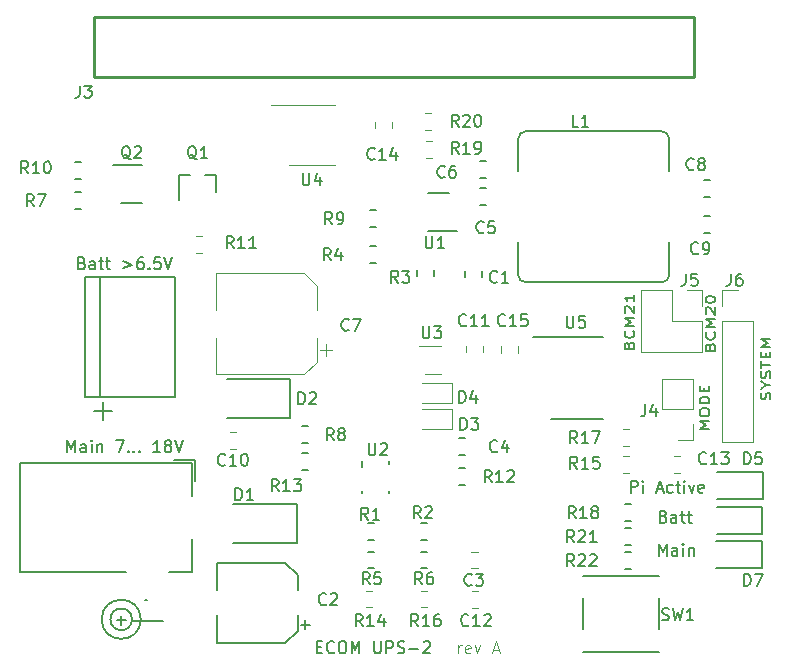
<source format=gbr>
G04 #@! TF.GenerationSoftware,KiCad,Pcbnew,(5.1.5)-2*
G04 #@! TF.CreationDate,2020-04-29T21:28:48+02:00*
G04 #@! TF.ProjectId,UPS-2,5550532d-322e-46b6-9963-61645f706362,rev?*
G04 #@! TF.SameCoordinates,Original*
G04 #@! TF.FileFunction,Legend,Top*
G04 #@! TF.FilePolarity,Positive*
%FSLAX46Y46*%
G04 Gerber Fmt 4.6, Leading zero omitted, Abs format (unit mm)*
G04 Created by KiCad (PCBNEW (5.1.5)-2) date 2020-04-29 21:28:48*
%MOMM*%
%LPD*%
G04 APERTURE LIST*
%ADD10C,0.150000*%
%ADD11C,0.100000*%
%ADD12C,0.120000*%
%ADD13C,0.254000*%
G04 APERTURE END LIST*
D10*
X143198857Y-88947380D02*
X143236952Y-88804523D01*
X143275047Y-88756904D01*
X143351238Y-88709285D01*
X143465523Y-88709285D01*
X143541714Y-88756904D01*
X143579809Y-88804523D01*
X143617904Y-88899761D01*
X143617904Y-89280714D01*
X142817904Y-89280714D01*
X142817904Y-88947380D01*
X142856000Y-88852142D01*
X142894095Y-88804523D01*
X142970285Y-88756904D01*
X143046476Y-88756904D01*
X143122666Y-88804523D01*
X143160761Y-88852142D01*
X143198857Y-88947380D01*
X143198857Y-89280714D01*
X143541714Y-87709285D02*
X143579809Y-87756904D01*
X143617904Y-87899761D01*
X143617904Y-87995000D01*
X143579809Y-88137857D01*
X143503619Y-88233095D01*
X143427428Y-88280714D01*
X143275047Y-88328333D01*
X143160761Y-88328333D01*
X143008380Y-88280714D01*
X142932190Y-88233095D01*
X142856000Y-88137857D01*
X142817904Y-87995000D01*
X142817904Y-87899761D01*
X142856000Y-87756904D01*
X142894095Y-87709285D01*
X143617904Y-87280714D02*
X142817904Y-87280714D01*
X143389333Y-86947380D01*
X142817904Y-86614047D01*
X143617904Y-86614047D01*
X142894095Y-86185476D02*
X142856000Y-86137857D01*
X142817904Y-86042619D01*
X142817904Y-85804523D01*
X142856000Y-85709285D01*
X142894095Y-85661666D01*
X142970285Y-85614047D01*
X143046476Y-85614047D01*
X143160761Y-85661666D01*
X143617904Y-86233095D01*
X143617904Y-85614047D01*
X143617904Y-84661666D02*
X143617904Y-85233095D01*
X143617904Y-84947380D02*
X142817904Y-84947380D01*
X142932190Y-85042619D01*
X143008380Y-85137857D01*
X143046476Y-85233095D01*
X150056857Y-89074380D02*
X150094952Y-88931523D01*
X150133047Y-88883904D01*
X150209238Y-88836285D01*
X150323523Y-88836285D01*
X150399714Y-88883904D01*
X150437809Y-88931523D01*
X150475904Y-89026761D01*
X150475904Y-89407714D01*
X149675904Y-89407714D01*
X149675904Y-89074380D01*
X149714000Y-88979142D01*
X149752095Y-88931523D01*
X149828285Y-88883904D01*
X149904476Y-88883904D01*
X149980666Y-88931523D01*
X150018761Y-88979142D01*
X150056857Y-89074380D01*
X150056857Y-89407714D01*
X150399714Y-87836285D02*
X150437809Y-87883904D01*
X150475904Y-88026761D01*
X150475904Y-88122000D01*
X150437809Y-88264857D01*
X150361619Y-88360095D01*
X150285428Y-88407714D01*
X150133047Y-88455333D01*
X150018761Y-88455333D01*
X149866380Y-88407714D01*
X149790190Y-88360095D01*
X149714000Y-88264857D01*
X149675904Y-88122000D01*
X149675904Y-88026761D01*
X149714000Y-87883904D01*
X149752095Y-87836285D01*
X150475904Y-87407714D02*
X149675904Y-87407714D01*
X150247333Y-87074380D01*
X149675904Y-86741047D01*
X150475904Y-86741047D01*
X149752095Y-86312476D02*
X149714000Y-86264857D01*
X149675904Y-86169619D01*
X149675904Y-85931523D01*
X149714000Y-85836285D01*
X149752095Y-85788666D01*
X149828285Y-85741047D01*
X149904476Y-85741047D01*
X150018761Y-85788666D01*
X150475904Y-86360095D01*
X150475904Y-85741047D01*
X149675904Y-85122000D02*
X149675904Y-85026761D01*
X149714000Y-84931523D01*
X149752095Y-84883904D01*
X149828285Y-84836285D01*
X149980666Y-84788666D01*
X150171142Y-84788666D01*
X150323523Y-84836285D01*
X150399714Y-84883904D01*
X150437809Y-84931523D01*
X150475904Y-85026761D01*
X150475904Y-85122000D01*
X150437809Y-85217238D01*
X150399714Y-85264857D01*
X150323523Y-85312476D01*
X150171142Y-85360095D01*
X149980666Y-85360095D01*
X149828285Y-85312476D01*
X149752095Y-85264857D01*
X149714000Y-85217238D01*
X149675904Y-85122000D01*
X102362000Y-110490000D02*
X102235000Y-110490000D01*
X101092000Y-112268000D02*
X103759000Y-112268000D01*
X101858877Y-112141000D02*
G75*
G03X101858877Y-112141000I-1655877J0D01*
G01*
X101118810Y-112141000D02*
G75*
G03X101118810Y-112141000I-915810J0D01*
G01*
X99822047Y-112212428D02*
X100583952Y-112212428D01*
X100203000Y-112593380D02*
X100203000Y-111831476D01*
X97917095Y-94503857D02*
X99440904Y-94503857D01*
X98679000Y-95265761D02*
X98679000Y-93741952D01*
X145716809Y-106751380D02*
X145716809Y-105751380D01*
X146050142Y-106465666D01*
X146383476Y-105751380D01*
X146383476Y-106751380D01*
X147288238Y-106751380D02*
X147288238Y-106227571D01*
X147240619Y-106132333D01*
X147145380Y-106084714D01*
X146954904Y-106084714D01*
X146859666Y-106132333D01*
X147288238Y-106703761D02*
X147193000Y-106751380D01*
X146954904Y-106751380D01*
X146859666Y-106703761D01*
X146812047Y-106608523D01*
X146812047Y-106513285D01*
X146859666Y-106418047D01*
X146954904Y-106370428D01*
X147193000Y-106370428D01*
X147288238Y-106322809D01*
X147764428Y-106751380D02*
X147764428Y-106084714D01*
X147764428Y-105751380D02*
X147716809Y-105799000D01*
X147764428Y-105846619D01*
X147812047Y-105799000D01*
X147764428Y-105751380D01*
X147764428Y-105846619D01*
X148240619Y-106084714D02*
X148240619Y-106751380D01*
X148240619Y-106179952D02*
X148288238Y-106132333D01*
X148383476Y-106084714D01*
X148526333Y-106084714D01*
X148621571Y-106132333D01*
X148669190Y-106227571D01*
X148669190Y-106751380D01*
X146113619Y-103433571D02*
X146256476Y-103481190D01*
X146304095Y-103528809D01*
X146351714Y-103624047D01*
X146351714Y-103766904D01*
X146304095Y-103862142D01*
X146256476Y-103909761D01*
X146161238Y-103957380D01*
X145780285Y-103957380D01*
X145780285Y-102957380D01*
X146113619Y-102957380D01*
X146208857Y-103005000D01*
X146256476Y-103052619D01*
X146304095Y-103147857D01*
X146304095Y-103243095D01*
X146256476Y-103338333D01*
X146208857Y-103385952D01*
X146113619Y-103433571D01*
X145780285Y-103433571D01*
X147208857Y-103957380D02*
X147208857Y-103433571D01*
X147161238Y-103338333D01*
X147066000Y-103290714D01*
X146875523Y-103290714D01*
X146780285Y-103338333D01*
X147208857Y-103909761D02*
X147113619Y-103957380D01*
X146875523Y-103957380D01*
X146780285Y-103909761D01*
X146732666Y-103814523D01*
X146732666Y-103719285D01*
X146780285Y-103624047D01*
X146875523Y-103576428D01*
X147113619Y-103576428D01*
X147208857Y-103528809D01*
X147542190Y-103290714D02*
X147923142Y-103290714D01*
X147685047Y-102957380D02*
X147685047Y-103814523D01*
X147732666Y-103909761D01*
X147827904Y-103957380D01*
X147923142Y-103957380D01*
X148113619Y-103290714D02*
X148494571Y-103290714D01*
X148256476Y-102957380D02*
X148256476Y-103814523D01*
X148304095Y-103909761D01*
X148399333Y-103957380D01*
X148494571Y-103957380D01*
X143359571Y-101417380D02*
X143359571Y-100417380D01*
X143740523Y-100417380D01*
X143835761Y-100465000D01*
X143883380Y-100512619D01*
X143931000Y-100607857D01*
X143931000Y-100750714D01*
X143883380Y-100845952D01*
X143835761Y-100893571D01*
X143740523Y-100941190D01*
X143359571Y-100941190D01*
X144359571Y-101417380D02*
X144359571Y-100750714D01*
X144359571Y-100417380D02*
X144311952Y-100465000D01*
X144359571Y-100512619D01*
X144407190Y-100465000D01*
X144359571Y-100417380D01*
X144359571Y-100512619D01*
X145550047Y-101131666D02*
X146026238Y-101131666D01*
X145454809Y-101417380D02*
X145788142Y-100417380D01*
X146121476Y-101417380D01*
X146883380Y-101369761D02*
X146788142Y-101417380D01*
X146597666Y-101417380D01*
X146502428Y-101369761D01*
X146454809Y-101322142D01*
X146407190Y-101226904D01*
X146407190Y-100941190D01*
X146454809Y-100845952D01*
X146502428Y-100798333D01*
X146597666Y-100750714D01*
X146788142Y-100750714D01*
X146883380Y-100798333D01*
X147169095Y-100750714D02*
X147550047Y-100750714D01*
X147311952Y-100417380D02*
X147311952Y-101274523D01*
X147359571Y-101369761D01*
X147454809Y-101417380D01*
X147550047Y-101417380D01*
X147883380Y-101417380D02*
X147883380Y-100750714D01*
X147883380Y-100417380D02*
X147835761Y-100465000D01*
X147883380Y-100512619D01*
X147931000Y-100465000D01*
X147883380Y-100417380D01*
X147883380Y-100512619D01*
X148264333Y-100750714D02*
X148502428Y-101417380D01*
X148740523Y-100750714D01*
X149502428Y-101369761D02*
X149407190Y-101417380D01*
X149216714Y-101417380D01*
X149121476Y-101369761D01*
X149073857Y-101274523D01*
X149073857Y-100893571D01*
X149121476Y-100798333D01*
X149216714Y-100750714D01*
X149407190Y-100750714D01*
X149502428Y-100798333D01*
X149550047Y-100893571D01*
X149550047Y-100988809D01*
X149073857Y-101084047D01*
X149967904Y-96043523D02*
X149167904Y-96043523D01*
X149739333Y-95710190D01*
X149167904Y-95376857D01*
X149967904Y-95376857D01*
X149167904Y-94710190D02*
X149167904Y-94519714D01*
X149206000Y-94424476D01*
X149282190Y-94329238D01*
X149434571Y-94281619D01*
X149701238Y-94281619D01*
X149853619Y-94329238D01*
X149929809Y-94424476D01*
X149967904Y-94519714D01*
X149967904Y-94710190D01*
X149929809Y-94805428D01*
X149853619Y-94900666D01*
X149701238Y-94948285D01*
X149434571Y-94948285D01*
X149282190Y-94900666D01*
X149206000Y-94805428D01*
X149167904Y-94710190D01*
X149967904Y-93853047D02*
X149167904Y-93853047D01*
X149167904Y-93614952D01*
X149206000Y-93472095D01*
X149282190Y-93376857D01*
X149358380Y-93329238D01*
X149510761Y-93281619D01*
X149625047Y-93281619D01*
X149777428Y-93329238D01*
X149853619Y-93376857D01*
X149929809Y-93472095D01*
X149967904Y-93614952D01*
X149967904Y-93853047D01*
X149548857Y-92853047D02*
X149548857Y-92519714D01*
X149967904Y-92376857D02*
X149967904Y-92853047D01*
X149167904Y-92853047D01*
X149167904Y-92376857D01*
X155136809Y-93527238D02*
X155174904Y-93384380D01*
X155174904Y-93146285D01*
X155136809Y-93051047D01*
X155098714Y-93003428D01*
X155022523Y-92955809D01*
X154946333Y-92955809D01*
X154870142Y-93003428D01*
X154832047Y-93051047D01*
X154793952Y-93146285D01*
X154755857Y-93336761D01*
X154717761Y-93432000D01*
X154679666Y-93479619D01*
X154603476Y-93527238D01*
X154527285Y-93527238D01*
X154451095Y-93479619D01*
X154413000Y-93432000D01*
X154374904Y-93336761D01*
X154374904Y-93098666D01*
X154413000Y-92955809D01*
X154793952Y-92336761D02*
X155174904Y-92336761D01*
X154374904Y-92670095D02*
X154793952Y-92336761D01*
X154374904Y-92003428D01*
X155136809Y-91717714D02*
X155174904Y-91574857D01*
X155174904Y-91336761D01*
X155136809Y-91241523D01*
X155098714Y-91193904D01*
X155022523Y-91146285D01*
X154946333Y-91146285D01*
X154870142Y-91193904D01*
X154832047Y-91241523D01*
X154793952Y-91336761D01*
X154755857Y-91527238D01*
X154717761Y-91622476D01*
X154679666Y-91670095D01*
X154603476Y-91717714D01*
X154527285Y-91717714D01*
X154451095Y-91670095D01*
X154413000Y-91622476D01*
X154374904Y-91527238D01*
X154374904Y-91289142D01*
X154413000Y-91146285D01*
X154374904Y-90860571D02*
X154374904Y-90289142D01*
X155174904Y-90574857D02*
X154374904Y-90574857D01*
X154755857Y-89955809D02*
X154755857Y-89622476D01*
X155174904Y-89479619D02*
X155174904Y-89955809D01*
X154374904Y-89955809D01*
X154374904Y-89479619D01*
X155174904Y-89051047D02*
X154374904Y-89051047D01*
X154946333Y-88717714D01*
X154374904Y-88384380D01*
X155174904Y-88384380D01*
D11*
X128738523Y-115006380D02*
X128738523Y-114339714D01*
X128738523Y-114530190D02*
X128786142Y-114434952D01*
X128833761Y-114387333D01*
X128929000Y-114339714D01*
X129024238Y-114339714D01*
X129738523Y-114958761D02*
X129643285Y-115006380D01*
X129452809Y-115006380D01*
X129357571Y-114958761D01*
X129309952Y-114863523D01*
X129309952Y-114482571D01*
X129357571Y-114387333D01*
X129452809Y-114339714D01*
X129643285Y-114339714D01*
X129738523Y-114387333D01*
X129786142Y-114482571D01*
X129786142Y-114577809D01*
X129309952Y-114673047D01*
X130119476Y-114339714D02*
X130357571Y-115006380D01*
X130595666Y-114339714D01*
X131690904Y-114720666D02*
X132167095Y-114720666D01*
X131595666Y-115006380D02*
X131929000Y-114006380D01*
X132262333Y-115006380D01*
D10*
X116753285Y-114482571D02*
X117086619Y-114482571D01*
X117229476Y-115006380D02*
X116753285Y-115006380D01*
X116753285Y-114006380D01*
X117229476Y-114006380D01*
X118229476Y-114911142D02*
X118181857Y-114958761D01*
X118039000Y-115006380D01*
X117943761Y-115006380D01*
X117800904Y-114958761D01*
X117705666Y-114863523D01*
X117658047Y-114768285D01*
X117610428Y-114577809D01*
X117610428Y-114434952D01*
X117658047Y-114244476D01*
X117705666Y-114149238D01*
X117800904Y-114054000D01*
X117943761Y-114006380D01*
X118039000Y-114006380D01*
X118181857Y-114054000D01*
X118229476Y-114101619D01*
X118848523Y-114006380D02*
X119039000Y-114006380D01*
X119134238Y-114054000D01*
X119229476Y-114149238D01*
X119277095Y-114339714D01*
X119277095Y-114673047D01*
X119229476Y-114863523D01*
X119134238Y-114958761D01*
X119039000Y-115006380D01*
X118848523Y-115006380D01*
X118753285Y-114958761D01*
X118658047Y-114863523D01*
X118610428Y-114673047D01*
X118610428Y-114339714D01*
X118658047Y-114149238D01*
X118753285Y-114054000D01*
X118848523Y-114006380D01*
X119705666Y-115006380D02*
X119705666Y-114006380D01*
X120039000Y-114720666D01*
X120372333Y-114006380D01*
X120372333Y-115006380D01*
X121610428Y-114006380D02*
X121610428Y-114815904D01*
X121658047Y-114911142D01*
X121705666Y-114958761D01*
X121800904Y-115006380D01*
X121991380Y-115006380D01*
X122086619Y-114958761D01*
X122134238Y-114911142D01*
X122181857Y-114815904D01*
X122181857Y-114006380D01*
X122658047Y-115006380D02*
X122658047Y-114006380D01*
X123039000Y-114006380D01*
X123134238Y-114054000D01*
X123181857Y-114101619D01*
X123229476Y-114196857D01*
X123229476Y-114339714D01*
X123181857Y-114434952D01*
X123134238Y-114482571D01*
X123039000Y-114530190D01*
X122658047Y-114530190D01*
X123610428Y-114958761D02*
X123753285Y-115006380D01*
X123991380Y-115006380D01*
X124086619Y-114958761D01*
X124134238Y-114911142D01*
X124181857Y-114815904D01*
X124181857Y-114720666D01*
X124134238Y-114625428D01*
X124086619Y-114577809D01*
X123991380Y-114530190D01*
X123800904Y-114482571D01*
X123705666Y-114434952D01*
X123658047Y-114387333D01*
X123610428Y-114292095D01*
X123610428Y-114196857D01*
X123658047Y-114101619D01*
X123705666Y-114054000D01*
X123800904Y-114006380D01*
X124039000Y-114006380D01*
X124181857Y-114054000D01*
X124610428Y-114625428D02*
X125372333Y-114625428D01*
X125800904Y-114101619D02*
X125848523Y-114054000D01*
X125943761Y-114006380D01*
X126181857Y-114006380D01*
X126277095Y-114054000D01*
X126324714Y-114101619D01*
X126372333Y-114196857D01*
X126372333Y-114292095D01*
X126324714Y-114434952D01*
X125753285Y-115006380D01*
X126372333Y-115006380D01*
X96885571Y-81970571D02*
X97028428Y-82018190D01*
X97076047Y-82065809D01*
X97123666Y-82161047D01*
X97123666Y-82303904D01*
X97076047Y-82399142D01*
X97028428Y-82446761D01*
X96933190Y-82494380D01*
X96552238Y-82494380D01*
X96552238Y-81494380D01*
X96885571Y-81494380D01*
X96980809Y-81542000D01*
X97028428Y-81589619D01*
X97076047Y-81684857D01*
X97076047Y-81780095D01*
X97028428Y-81875333D01*
X96980809Y-81922952D01*
X96885571Y-81970571D01*
X96552238Y-81970571D01*
X97980809Y-82494380D02*
X97980809Y-81970571D01*
X97933190Y-81875333D01*
X97837952Y-81827714D01*
X97647476Y-81827714D01*
X97552238Y-81875333D01*
X97980809Y-82446761D02*
X97885571Y-82494380D01*
X97647476Y-82494380D01*
X97552238Y-82446761D01*
X97504619Y-82351523D01*
X97504619Y-82256285D01*
X97552238Y-82161047D01*
X97647476Y-82113428D01*
X97885571Y-82113428D01*
X97980809Y-82065809D01*
X98314142Y-81827714D02*
X98695095Y-81827714D01*
X98457000Y-81494380D02*
X98457000Y-82351523D01*
X98504619Y-82446761D01*
X98599857Y-82494380D01*
X98695095Y-82494380D01*
X98885571Y-81827714D02*
X99266523Y-81827714D01*
X99028428Y-81494380D02*
X99028428Y-82351523D01*
X99076047Y-82446761D01*
X99171285Y-82494380D01*
X99266523Y-82494380D01*
X100361761Y-81827714D02*
X101123666Y-82113428D01*
X100361761Y-82399142D01*
X102028428Y-81494380D02*
X101837952Y-81494380D01*
X101742714Y-81542000D01*
X101695095Y-81589619D01*
X101599857Y-81732476D01*
X101552238Y-81922952D01*
X101552238Y-82303904D01*
X101599857Y-82399142D01*
X101647476Y-82446761D01*
X101742714Y-82494380D01*
X101933190Y-82494380D01*
X102028428Y-82446761D01*
X102076047Y-82399142D01*
X102123666Y-82303904D01*
X102123666Y-82065809D01*
X102076047Y-81970571D01*
X102028428Y-81922952D01*
X101933190Y-81875333D01*
X101742714Y-81875333D01*
X101647476Y-81922952D01*
X101599857Y-81970571D01*
X101552238Y-82065809D01*
X102552238Y-82399142D02*
X102599857Y-82446761D01*
X102552238Y-82494380D01*
X102504619Y-82446761D01*
X102552238Y-82399142D01*
X102552238Y-82494380D01*
X103504619Y-81494380D02*
X103028428Y-81494380D01*
X102980809Y-81970571D01*
X103028428Y-81922952D01*
X103123666Y-81875333D01*
X103361761Y-81875333D01*
X103457000Y-81922952D01*
X103504619Y-81970571D01*
X103552238Y-82065809D01*
X103552238Y-82303904D01*
X103504619Y-82399142D01*
X103457000Y-82446761D01*
X103361761Y-82494380D01*
X103123666Y-82494380D01*
X103028428Y-82446761D01*
X102980809Y-82399142D01*
X103837952Y-81494380D02*
X104171285Y-82494380D01*
X104504619Y-81494380D01*
X95647476Y-97988380D02*
X95647476Y-96988380D01*
X95980809Y-97702666D01*
X96314142Y-96988380D01*
X96314142Y-97988380D01*
X97218904Y-97988380D02*
X97218904Y-97464571D01*
X97171285Y-97369333D01*
X97076047Y-97321714D01*
X96885571Y-97321714D01*
X96790333Y-97369333D01*
X97218904Y-97940761D02*
X97123666Y-97988380D01*
X96885571Y-97988380D01*
X96790333Y-97940761D01*
X96742714Y-97845523D01*
X96742714Y-97750285D01*
X96790333Y-97655047D01*
X96885571Y-97607428D01*
X97123666Y-97607428D01*
X97218904Y-97559809D01*
X97695095Y-97988380D02*
X97695095Y-97321714D01*
X97695095Y-96988380D02*
X97647476Y-97036000D01*
X97695095Y-97083619D01*
X97742714Y-97036000D01*
X97695095Y-96988380D01*
X97695095Y-97083619D01*
X98171285Y-97321714D02*
X98171285Y-97988380D01*
X98171285Y-97416952D02*
X98218904Y-97369333D01*
X98314142Y-97321714D01*
X98457000Y-97321714D01*
X98552238Y-97369333D01*
X98599857Y-97464571D01*
X98599857Y-97988380D01*
X99742714Y-96988380D02*
X100409380Y-96988380D01*
X99980809Y-97988380D01*
X100790333Y-97893142D02*
X100837952Y-97940761D01*
X100790333Y-97988380D01*
X100742714Y-97940761D01*
X100790333Y-97893142D01*
X100790333Y-97988380D01*
X101266523Y-97893142D02*
X101314142Y-97940761D01*
X101266523Y-97988380D01*
X101218904Y-97940761D01*
X101266523Y-97893142D01*
X101266523Y-97988380D01*
X101742714Y-97893142D02*
X101790333Y-97940761D01*
X101742714Y-97988380D01*
X101695095Y-97940761D01*
X101742714Y-97893142D01*
X101742714Y-97988380D01*
X103504619Y-97988380D02*
X102933190Y-97988380D01*
X103218904Y-97988380D02*
X103218904Y-96988380D01*
X103123666Y-97131238D01*
X103028428Y-97226476D01*
X102933190Y-97274095D01*
X104076047Y-97416952D02*
X103980809Y-97369333D01*
X103933190Y-97321714D01*
X103885571Y-97226476D01*
X103885571Y-97178857D01*
X103933190Y-97083619D01*
X103980809Y-97036000D01*
X104076047Y-96988380D01*
X104266523Y-96988380D01*
X104361761Y-97036000D01*
X104409380Y-97083619D01*
X104457000Y-97178857D01*
X104457000Y-97226476D01*
X104409380Y-97321714D01*
X104361761Y-97369333D01*
X104266523Y-97416952D01*
X104076047Y-97416952D01*
X103980809Y-97464571D01*
X103933190Y-97512190D01*
X103885571Y-97607428D01*
X103885571Y-97797904D01*
X103933190Y-97893142D01*
X103980809Y-97940761D01*
X104076047Y-97988380D01*
X104266523Y-97988380D01*
X104361761Y-97940761D01*
X104409380Y-97893142D01*
X104457000Y-97797904D01*
X104457000Y-97607428D01*
X104409380Y-97512190D01*
X104361761Y-97464571D01*
X104266523Y-97416952D01*
X104742714Y-96988380D02*
X105076047Y-97988380D01*
X105409380Y-96988380D01*
D12*
X117522000Y-89832000D02*
X117522000Y-88832000D01*
X118022000Y-89332000D02*
X117022000Y-89332000D01*
X116782000Y-83926437D02*
X115717563Y-82862000D01*
X116782000Y-90317563D02*
X115717563Y-91382000D01*
X116782000Y-90317563D02*
X116782000Y-88332000D01*
X116782000Y-83926437D02*
X116782000Y-85912000D01*
X115717563Y-82862000D02*
X108262000Y-82862000D01*
X115717563Y-91382000D02*
X108262000Y-91382000D01*
X108262000Y-91382000D02*
X108262000Y-88332000D01*
X108262000Y-82862000D02*
X108262000Y-85912000D01*
X121718000Y-70020922D02*
X121718000Y-70538078D01*
X123138000Y-70020922D02*
X123138000Y-70538078D01*
X107065578Y-79681000D02*
X106548422Y-79681000D01*
X107065578Y-81101000D02*
X106548422Y-81101000D01*
D10*
X135061000Y-88244000D02*
X141036000Y-88244000D01*
X136586000Y-95144000D02*
X141036000Y-95144000D01*
D12*
X116332000Y-68560000D02*
X112882000Y-68560000D01*
X116332000Y-68560000D02*
X118282000Y-68560000D01*
X116332000Y-73680000D02*
X114382000Y-73680000D01*
X116332000Y-73680000D02*
X118282000Y-73680000D01*
X125979422Y-73100000D02*
X126496578Y-73100000D01*
X125979422Y-71680000D02*
X126496578Y-71680000D01*
X125930922Y-70687000D02*
X126448078Y-70687000D01*
X125930922Y-69267000D02*
X126448078Y-69267000D01*
D10*
X108244000Y-74490000D02*
X108244000Y-75950000D01*
X105084000Y-74490000D02*
X105084000Y-76650000D01*
X105084000Y-74490000D02*
X106014000Y-74490000D01*
X108244000Y-74490000D02*
X107314000Y-74490000D01*
X101992000Y-73640000D02*
X99542000Y-73640000D01*
X100192000Y-76860000D02*
X101992000Y-76860000D01*
X97155000Y-83185000D02*
X97155000Y-93345000D01*
X104775000Y-83185000D02*
X97155000Y-83185000D01*
X104775000Y-93345000D02*
X104775000Y-83185000D01*
X97155000Y-93345000D02*
X104775000Y-93345000D01*
X98425000Y-93345000D02*
X98425000Y-83185000D01*
D12*
X146982922Y-99770000D02*
X147500078Y-99770000D01*
X146982922Y-98350000D02*
X147500078Y-98350000D01*
X149412000Y-84268000D02*
X149412000Y-85598000D01*
X148082000Y-84268000D02*
X149412000Y-84268000D01*
X149412000Y-86868000D02*
X149412000Y-89468000D01*
X146812000Y-86868000D02*
X149412000Y-86868000D01*
X146812000Y-84268000D02*
X146812000Y-86868000D01*
X149412000Y-89468000D02*
X144212000Y-89468000D01*
X146812000Y-84268000D02*
X144212000Y-84268000D01*
X144212000Y-84268000D02*
X144212000Y-89468000D01*
X151070000Y-84268000D02*
X152400000Y-84268000D01*
X151070000Y-85598000D02*
X151070000Y-84268000D01*
X151070000Y-86868000D02*
X153730000Y-86868000D01*
X153730000Y-86868000D02*
X153730000Y-97088000D01*
X151070000Y-86868000D02*
X151070000Y-97088000D01*
X151070000Y-97088000D02*
X153730000Y-97088000D01*
D10*
X143339078Y-102414000D02*
X142821922Y-102414000D01*
X143339078Y-103834000D02*
X142821922Y-103834000D01*
D12*
X109908078Y-96318000D02*
X109390922Y-96318000D01*
X109908078Y-97738000D02*
X109390922Y-97738000D01*
D13*
X148717000Y-61163200D02*
X148717000Y-66243200D01*
X148717000Y-66243200D02*
X97917000Y-66243200D01*
X97917000Y-66243200D02*
X97917000Y-61163200D01*
X97917000Y-61163200D02*
X148717000Y-61163200D01*
D12*
X125919000Y-91330000D02*
X127319000Y-91330000D01*
X127319000Y-89010000D02*
X125419000Y-89010000D01*
X142664922Y-97484000D02*
X143182078Y-97484000D01*
X142664922Y-96064000D02*
X143182078Y-96064000D01*
X142664922Y-99770000D02*
X143182078Y-99770000D01*
X142664922Y-98350000D02*
X143182078Y-98350000D01*
X125598422Y-111136500D02*
X126115578Y-111136500D01*
X125598422Y-109716500D02*
X126115578Y-109716500D01*
X120947922Y-111136500D02*
X121465078Y-111136500D01*
X120947922Y-109716500D02*
X121465078Y-109716500D01*
X148650000Y-96961000D02*
X147320000Y-96961000D01*
X148650000Y-95631000D02*
X148650000Y-96961000D01*
X148650000Y-94361000D02*
X145990000Y-94361000D01*
X145990000Y-94361000D02*
X145990000Y-91761000D01*
X148650000Y-94361000D02*
X148650000Y-91761000D01*
X148650000Y-91761000D02*
X145990000Y-91761000D01*
X128246000Y-93814000D02*
X125696000Y-93814000D01*
X128246000Y-92114000D02*
X125696000Y-92114000D01*
X128246000Y-93814000D02*
X128246000Y-92114000D01*
X128246000Y-96036500D02*
X125696000Y-96036500D01*
X128246000Y-94336500D02*
X125696000Y-94336500D01*
X128246000Y-96036500D02*
X128246000Y-94336500D01*
X133806000Y-89554578D02*
X133806000Y-89037422D01*
X132386000Y-89554578D02*
X132386000Y-89037422D01*
X130821500Y-89539578D02*
X130821500Y-89022422D01*
X129401500Y-89539578D02*
X129401500Y-89022422D01*
X129852922Y-107834500D02*
X130370078Y-107834500D01*
X129852922Y-106414500D02*
X130370078Y-106414500D01*
X129901422Y-111200000D02*
X130418578Y-111200000D01*
X129901422Y-109780000D02*
X130418578Y-109780000D01*
D10*
X120603000Y-101476002D02*
X120603000Y-101251001D01*
X120603000Y-99225999D02*
X120603000Y-98726000D01*
X122903000Y-101476002D02*
X122903000Y-101251001D01*
X122903000Y-98951001D02*
X122903000Y-98726000D01*
X128773422Y-100786000D02*
X129290578Y-100786000D01*
X128773422Y-99366000D02*
X129290578Y-99366000D01*
X139307000Y-114899000D02*
X145767000Y-114899000D01*
X139307000Y-110369000D02*
X139307000Y-112969000D01*
X139307000Y-108439000D02*
X145767000Y-108439000D01*
X145767000Y-110369000D02*
X145767000Y-112969000D01*
X139307000Y-108469000D02*
X139307000Y-108439000D01*
X139307000Y-114899000D02*
X139307000Y-114869000D01*
X145767000Y-114899000D02*
X145767000Y-114869000D01*
X145767000Y-108439000D02*
X145767000Y-108469000D01*
X154494500Y-102624000D02*
X150609500Y-102624000D01*
X154494500Y-104894000D02*
X154494500Y-102624000D01*
X150609500Y-104894000D02*
X154494500Y-104894000D01*
X125274000Y-82545422D02*
X125274000Y-83062578D01*
X126694000Y-82545422D02*
X126694000Y-83062578D01*
X145958000Y-70816000D02*
G75*
G02X146608000Y-71466000I0J-650000D01*
G01*
X146608000Y-82966000D02*
G75*
G02X145958000Y-83616000I-650000J0D01*
G01*
X134458000Y-83616000D02*
G75*
G02X133808000Y-82966000I0J650000D01*
G01*
X133808000Y-71466000D02*
G75*
G02X134458000Y-70816000I650000J0D01*
G01*
X146608000Y-80216000D02*
X146608000Y-82966000D01*
X133808000Y-80216000D02*
X133808000Y-82966000D01*
X146608000Y-71466000D02*
X146608000Y-74216000D01*
X145958000Y-83616000D02*
X134458000Y-83616000D01*
X133808000Y-71466000D02*
X133808000Y-74216000D01*
X134458000Y-70816000D02*
X145958000Y-70816000D01*
X115803750Y-112985250D02*
X115803750Y-112197750D01*
X116197500Y-112591500D02*
X115410000Y-112591500D01*
X115170000Y-108398437D02*
X114105563Y-107334000D01*
X115170000Y-113089563D02*
X114105563Y-114154000D01*
X115170000Y-113089563D02*
X115170000Y-111804000D01*
X115170000Y-108398437D02*
X115170000Y-109684000D01*
X114105563Y-107334000D02*
X108350000Y-107334000D01*
X114105563Y-114154000D02*
X108350000Y-114154000D01*
X108350000Y-114154000D02*
X108350000Y-111804000D01*
X108350000Y-107334000D02*
X108350000Y-109684000D01*
X96778578Y-75998000D02*
X96261422Y-75998000D01*
X96778578Y-77418000D02*
X96261422Y-77418000D01*
X96778578Y-73458000D02*
X96261422Y-73458000D01*
X96778578Y-74878000D02*
X96261422Y-74878000D01*
X126184000Y-79268000D02*
X128634000Y-79268000D01*
X127984000Y-76048000D02*
X126184000Y-76048000D01*
X121231922Y-78942000D02*
X121749078Y-78942000D01*
X121231922Y-77522000D02*
X121749078Y-77522000D01*
X121749078Y-80570000D02*
X121231922Y-80570000D01*
X121749078Y-81990000D02*
X121231922Y-81990000D01*
X143339078Y-106478000D02*
X142821922Y-106478000D01*
X143339078Y-107898000D02*
X142821922Y-107898000D01*
X143339078Y-104446000D02*
X142821922Y-104446000D01*
X143339078Y-105866000D02*
X142821922Y-105866000D01*
X115486922Y-99516000D02*
X116004078Y-99516000D01*
X115486922Y-98096000D02*
X116004078Y-98096000D01*
X116004078Y-95810000D02*
X115486922Y-95810000D01*
X116004078Y-97230000D02*
X115486922Y-97230000D01*
X125613422Y-107834500D02*
X126130578Y-107834500D01*
X125613422Y-106414500D02*
X126130578Y-106414500D01*
X125583422Y-105421500D02*
X126100578Y-105421500D01*
X125583422Y-104001500D02*
X126100578Y-104001500D01*
X121622078Y-106414500D02*
X121104922Y-106414500D01*
X121622078Y-107834500D02*
X121104922Y-107834500D01*
X121074922Y-105421500D02*
X121592078Y-105421500D01*
X121074922Y-104001500D02*
X121592078Y-104001500D01*
X106450000Y-98665000D02*
X106450000Y-100405000D01*
X104710000Y-98665000D02*
X106450000Y-98665000D01*
X106210000Y-108105000D02*
X104210000Y-108105000D01*
X106210000Y-105305000D02*
X106210000Y-108105000D01*
X106210000Y-98905000D02*
X106210000Y-101705000D01*
X91610000Y-98905000D02*
X106210000Y-98905000D01*
X91610000Y-108105000D02*
X91610000Y-98905000D01*
X100610000Y-108105000D02*
X91610000Y-108105000D01*
X154428000Y-105545000D02*
X150543000Y-105545000D01*
X154428000Y-107815000D02*
X154428000Y-105545000D01*
X150543000Y-107815000D02*
X154428000Y-107815000D01*
X154561000Y-99703000D02*
X150676000Y-99703000D01*
X154561000Y-101973000D02*
X154561000Y-99703000D01*
X150676000Y-101973000D02*
X154561000Y-101973000D01*
X114525000Y-95122000D02*
X109125000Y-95122000D01*
X114525000Y-91822000D02*
X109125000Y-91822000D01*
X114525000Y-95122000D02*
X114525000Y-91822000D01*
X115065000Y-105663000D02*
X109665000Y-105663000D01*
X115065000Y-102363000D02*
X109665000Y-102363000D01*
X115065000Y-105663000D02*
X115065000Y-102363000D01*
X149522922Y-79450000D02*
X150040078Y-79450000D01*
X149522922Y-78030000D02*
X150040078Y-78030000D01*
X149522922Y-76402000D02*
X150040078Y-76402000D01*
X149522922Y-74982000D02*
X150040078Y-74982000D01*
X129338000Y-82623922D02*
X129338000Y-83141078D01*
X130758000Y-82623922D02*
X130758000Y-83141078D01*
X130551422Y-74751000D02*
X131068578Y-74751000D01*
X130551422Y-73331000D02*
X131068578Y-73331000D01*
X130551422Y-77037000D02*
X131068578Y-77037000D01*
X130551422Y-75617000D02*
X131068578Y-75617000D01*
X128773422Y-98246000D02*
X129290578Y-98246000D01*
X128773422Y-96826000D02*
X129290578Y-96826000D01*
X119467333Y-87606142D02*
X119419714Y-87653761D01*
X119276857Y-87701380D01*
X119181619Y-87701380D01*
X119038761Y-87653761D01*
X118943523Y-87558523D01*
X118895904Y-87463285D01*
X118848285Y-87272809D01*
X118848285Y-87129952D01*
X118895904Y-86939476D01*
X118943523Y-86844238D01*
X119038761Y-86749000D01*
X119181619Y-86701380D01*
X119276857Y-86701380D01*
X119419714Y-86749000D01*
X119467333Y-86796619D01*
X119800666Y-86701380D02*
X120467333Y-86701380D01*
X120038761Y-87701380D01*
X121658142Y-73128142D02*
X121610523Y-73175761D01*
X121467666Y-73223380D01*
X121372428Y-73223380D01*
X121229571Y-73175761D01*
X121134333Y-73080523D01*
X121086714Y-72985285D01*
X121039095Y-72794809D01*
X121039095Y-72651952D01*
X121086714Y-72461476D01*
X121134333Y-72366238D01*
X121229571Y-72271000D01*
X121372428Y-72223380D01*
X121467666Y-72223380D01*
X121610523Y-72271000D01*
X121658142Y-72318619D01*
X122610523Y-73223380D02*
X122039095Y-73223380D01*
X122324809Y-73223380D02*
X122324809Y-72223380D01*
X122229571Y-72366238D01*
X122134333Y-72461476D01*
X122039095Y-72509095D01*
X123467666Y-72556714D02*
X123467666Y-73223380D01*
X123229571Y-72175761D02*
X122991476Y-72890047D01*
X123610523Y-72890047D01*
X109720142Y-80716380D02*
X109386809Y-80240190D01*
X109148714Y-80716380D02*
X109148714Y-79716380D01*
X109529666Y-79716380D01*
X109624904Y-79764000D01*
X109672523Y-79811619D01*
X109720142Y-79906857D01*
X109720142Y-80049714D01*
X109672523Y-80144952D01*
X109624904Y-80192571D01*
X109529666Y-80240190D01*
X109148714Y-80240190D01*
X110672523Y-80716380D02*
X110101095Y-80716380D01*
X110386809Y-80716380D02*
X110386809Y-79716380D01*
X110291571Y-79859238D01*
X110196333Y-79954476D01*
X110101095Y-80002095D01*
X111624904Y-80716380D02*
X111053476Y-80716380D01*
X111339190Y-80716380D02*
X111339190Y-79716380D01*
X111243952Y-79859238D01*
X111148714Y-79954476D01*
X111053476Y-80002095D01*
X137922095Y-86447380D02*
X137922095Y-87256904D01*
X137969714Y-87352142D01*
X138017333Y-87399761D01*
X138112571Y-87447380D01*
X138303047Y-87447380D01*
X138398285Y-87399761D01*
X138445904Y-87352142D01*
X138493523Y-87256904D01*
X138493523Y-86447380D01*
X139445904Y-86447380D02*
X138969714Y-86447380D01*
X138922095Y-86923571D01*
X138969714Y-86875952D01*
X139064952Y-86828333D01*
X139303047Y-86828333D01*
X139398285Y-86875952D01*
X139445904Y-86923571D01*
X139493523Y-87018809D01*
X139493523Y-87256904D01*
X139445904Y-87352142D01*
X139398285Y-87399761D01*
X139303047Y-87447380D01*
X139064952Y-87447380D01*
X138969714Y-87399761D01*
X138922095Y-87352142D01*
X115570095Y-74382380D02*
X115570095Y-75191904D01*
X115617714Y-75287142D01*
X115665333Y-75334761D01*
X115760571Y-75382380D01*
X115951047Y-75382380D01*
X116046285Y-75334761D01*
X116093904Y-75287142D01*
X116141523Y-75191904D01*
X116141523Y-74382380D01*
X117046285Y-74715714D02*
X117046285Y-75382380D01*
X116808190Y-74334761D02*
X116570095Y-75049047D01*
X117189142Y-75049047D01*
X128770142Y-72715380D02*
X128436809Y-72239190D01*
X128198714Y-72715380D02*
X128198714Y-71715380D01*
X128579666Y-71715380D01*
X128674904Y-71763000D01*
X128722523Y-71810619D01*
X128770142Y-71905857D01*
X128770142Y-72048714D01*
X128722523Y-72143952D01*
X128674904Y-72191571D01*
X128579666Y-72239190D01*
X128198714Y-72239190D01*
X129722523Y-72715380D02*
X129151095Y-72715380D01*
X129436809Y-72715380D02*
X129436809Y-71715380D01*
X129341571Y-71858238D01*
X129246333Y-71953476D01*
X129151095Y-72001095D01*
X130198714Y-72715380D02*
X130389190Y-72715380D01*
X130484428Y-72667761D01*
X130532047Y-72620142D01*
X130627285Y-72477285D01*
X130674904Y-72286809D01*
X130674904Y-71905857D01*
X130627285Y-71810619D01*
X130579666Y-71763000D01*
X130484428Y-71715380D01*
X130293952Y-71715380D01*
X130198714Y-71763000D01*
X130151095Y-71810619D01*
X130103476Y-71905857D01*
X130103476Y-72143952D01*
X130151095Y-72239190D01*
X130198714Y-72286809D01*
X130293952Y-72334428D01*
X130484428Y-72334428D01*
X130579666Y-72286809D01*
X130627285Y-72239190D01*
X130674904Y-72143952D01*
X128770142Y-70429380D02*
X128436809Y-69953190D01*
X128198714Y-70429380D02*
X128198714Y-69429380D01*
X128579666Y-69429380D01*
X128674904Y-69477000D01*
X128722523Y-69524619D01*
X128770142Y-69619857D01*
X128770142Y-69762714D01*
X128722523Y-69857952D01*
X128674904Y-69905571D01*
X128579666Y-69953190D01*
X128198714Y-69953190D01*
X129151095Y-69524619D02*
X129198714Y-69477000D01*
X129293952Y-69429380D01*
X129532047Y-69429380D01*
X129627285Y-69477000D01*
X129674904Y-69524619D01*
X129722523Y-69619857D01*
X129722523Y-69715095D01*
X129674904Y-69857952D01*
X129103476Y-70429380D01*
X129722523Y-70429380D01*
X130341571Y-69429380D02*
X130436809Y-69429380D01*
X130532047Y-69477000D01*
X130579666Y-69524619D01*
X130627285Y-69619857D01*
X130674904Y-69810333D01*
X130674904Y-70048428D01*
X130627285Y-70238904D01*
X130579666Y-70334142D01*
X130532047Y-70381761D01*
X130436809Y-70429380D01*
X130341571Y-70429380D01*
X130246333Y-70381761D01*
X130198714Y-70334142D01*
X130151095Y-70238904D01*
X130103476Y-70048428D01*
X130103476Y-69810333D01*
X130151095Y-69619857D01*
X130198714Y-69524619D01*
X130246333Y-69477000D01*
X130341571Y-69429380D01*
X106584761Y-73191619D02*
X106489523Y-73144000D01*
X106394285Y-73048761D01*
X106251428Y-72905904D01*
X106156190Y-72858285D01*
X106060952Y-72858285D01*
X106108571Y-73096380D02*
X106013333Y-73048761D01*
X105918095Y-72953523D01*
X105870476Y-72763047D01*
X105870476Y-72429714D01*
X105918095Y-72239238D01*
X106013333Y-72144000D01*
X106108571Y-72096380D01*
X106299047Y-72096380D01*
X106394285Y-72144000D01*
X106489523Y-72239238D01*
X106537142Y-72429714D01*
X106537142Y-72763047D01*
X106489523Y-72953523D01*
X106394285Y-73048761D01*
X106299047Y-73096380D01*
X106108571Y-73096380D01*
X107489523Y-73096380D02*
X106918095Y-73096380D01*
X107203809Y-73096380D02*
X107203809Y-72096380D01*
X107108571Y-72239238D01*
X107013333Y-72334476D01*
X106918095Y-72382095D01*
X100996761Y-73191619D02*
X100901523Y-73144000D01*
X100806285Y-73048761D01*
X100663428Y-72905904D01*
X100568190Y-72858285D01*
X100472952Y-72858285D01*
X100520571Y-73096380D02*
X100425333Y-73048761D01*
X100330095Y-72953523D01*
X100282476Y-72763047D01*
X100282476Y-72429714D01*
X100330095Y-72239238D01*
X100425333Y-72144000D01*
X100520571Y-72096380D01*
X100711047Y-72096380D01*
X100806285Y-72144000D01*
X100901523Y-72239238D01*
X100949142Y-72429714D01*
X100949142Y-72763047D01*
X100901523Y-72953523D01*
X100806285Y-73048761D01*
X100711047Y-73096380D01*
X100520571Y-73096380D01*
X101330095Y-72191619D02*
X101377714Y-72144000D01*
X101472952Y-72096380D01*
X101711047Y-72096380D01*
X101806285Y-72144000D01*
X101853904Y-72191619D01*
X101901523Y-72286857D01*
X101901523Y-72382095D01*
X101853904Y-72524952D01*
X101282476Y-73096380D01*
X101901523Y-73096380D01*
X149725142Y-98909142D02*
X149677523Y-98956761D01*
X149534666Y-99004380D01*
X149439428Y-99004380D01*
X149296571Y-98956761D01*
X149201333Y-98861523D01*
X149153714Y-98766285D01*
X149106095Y-98575809D01*
X149106095Y-98432952D01*
X149153714Y-98242476D01*
X149201333Y-98147238D01*
X149296571Y-98052000D01*
X149439428Y-98004380D01*
X149534666Y-98004380D01*
X149677523Y-98052000D01*
X149725142Y-98099619D01*
X150677523Y-99004380D02*
X150106095Y-99004380D01*
X150391809Y-99004380D02*
X150391809Y-98004380D01*
X150296571Y-98147238D01*
X150201333Y-98242476D01*
X150106095Y-98290095D01*
X151010857Y-98004380D02*
X151629904Y-98004380D01*
X151296571Y-98385333D01*
X151439428Y-98385333D01*
X151534666Y-98432952D01*
X151582285Y-98480571D01*
X151629904Y-98575809D01*
X151629904Y-98813904D01*
X151582285Y-98909142D01*
X151534666Y-98956761D01*
X151439428Y-99004380D01*
X151153714Y-99004380D01*
X151058476Y-98956761D01*
X151010857Y-98909142D01*
X148002666Y-82891380D02*
X148002666Y-83605666D01*
X147955047Y-83748523D01*
X147859809Y-83843761D01*
X147716952Y-83891380D01*
X147621714Y-83891380D01*
X148955047Y-82891380D02*
X148478857Y-82891380D01*
X148431238Y-83367571D01*
X148478857Y-83319952D01*
X148574095Y-83272333D01*
X148812190Y-83272333D01*
X148907428Y-83319952D01*
X148955047Y-83367571D01*
X149002666Y-83462809D01*
X149002666Y-83700904D01*
X148955047Y-83796142D01*
X148907428Y-83843761D01*
X148812190Y-83891380D01*
X148574095Y-83891380D01*
X148478857Y-83843761D01*
X148431238Y-83796142D01*
X151812666Y-82891380D02*
X151812666Y-83605666D01*
X151765047Y-83748523D01*
X151669809Y-83843761D01*
X151526952Y-83891380D01*
X151431714Y-83891380D01*
X152717428Y-82891380D02*
X152526952Y-82891380D01*
X152431714Y-82939000D01*
X152384095Y-82986619D01*
X152288857Y-83129476D01*
X152241238Y-83319952D01*
X152241238Y-83700904D01*
X152288857Y-83796142D01*
X152336476Y-83843761D01*
X152431714Y-83891380D01*
X152622190Y-83891380D01*
X152717428Y-83843761D01*
X152765047Y-83796142D01*
X152812666Y-83700904D01*
X152812666Y-83462809D01*
X152765047Y-83367571D01*
X152717428Y-83319952D01*
X152622190Y-83272333D01*
X152431714Y-83272333D01*
X152336476Y-83319952D01*
X152288857Y-83367571D01*
X152241238Y-83462809D01*
X138676142Y-103576380D02*
X138342809Y-103100190D01*
X138104714Y-103576380D02*
X138104714Y-102576380D01*
X138485666Y-102576380D01*
X138580904Y-102624000D01*
X138628523Y-102671619D01*
X138676142Y-102766857D01*
X138676142Y-102909714D01*
X138628523Y-103004952D01*
X138580904Y-103052571D01*
X138485666Y-103100190D01*
X138104714Y-103100190D01*
X139628523Y-103576380D02*
X139057095Y-103576380D01*
X139342809Y-103576380D02*
X139342809Y-102576380D01*
X139247571Y-102719238D01*
X139152333Y-102814476D01*
X139057095Y-102862095D01*
X140199952Y-103004952D02*
X140104714Y-102957333D01*
X140057095Y-102909714D01*
X140009476Y-102814476D01*
X140009476Y-102766857D01*
X140057095Y-102671619D01*
X140104714Y-102624000D01*
X140199952Y-102576380D01*
X140390428Y-102576380D01*
X140485666Y-102624000D01*
X140533285Y-102671619D01*
X140580904Y-102766857D01*
X140580904Y-102814476D01*
X140533285Y-102909714D01*
X140485666Y-102957333D01*
X140390428Y-103004952D01*
X140199952Y-103004952D01*
X140104714Y-103052571D01*
X140057095Y-103100190D01*
X140009476Y-103195428D01*
X140009476Y-103385904D01*
X140057095Y-103481142D01*
X140104714Y-103528761D01*
X140199952Y-103576380D01*
X140390428Y-103576380D01*
X140485666Y-103528761D01*
X140533285Y-103481142D01*
X140580904Y-103385904D01*
X140580904Y-103195428D01*
X140533285Y-103100190D01*
X140485666Y-103052571D01*
X140390428Y-103004952D01*
X109006642Y-99035142D02*
X108959023Y-99082761D01*
X108816166Y-99130380D01*
X108720928Y-99130380D01*
X108578071Y-99082761D01*
X108482833Y-98987523D01*
X108435214Y-98892285D01*
X108387595Y-98701809D01*
X108387595Y-98558952D01*
X108435214Y-98368476D01*
X108482833Y-98273238D01*
X108578071Y-98178000D01*
X108720928Y-98130380D01*
X108816166Y-98130380D01*
X108959023Y-98178000D01*
X109006642Y-98225619D01*
X109959023Y-99130380D02*
X109387595Y-99130380D01*
X109673309Y-99130380D02*
X109673309Y-98130380D01*
X109578071Y-98273238D01*
X109482833Y-98368476D01*
X109387595Y-98416095D01*
X110578071Y-98130380D02*
X110673309Y-98130380D01*
X110768547Y-98178000D01*
X110816166Y-98225619D01*
X110863785Y-98320857D01*
X110911404Y-98511333D01*
X110911404Y-98749428D01*
X110863785Y-98939904D01*
X110816166Y-99035142D01*
X110768547Y-99082761D01*
X110673309Y-99130380D01*
X110578071Y-99130380D01*
X110482833Y-99082761D01*
X110435214Y-99035142D01*
X110387595Y-98939904D01*
X110339976Y-98749428D01*
X110339976Y-98511333D01*
X110387595Y-98320857D01*
X110435214Y-98225619D01*
X110482833Y-98178000D01*
X110578071Y-98130380D01*
X96694666Y-66965580D02*
X96694666Y-67679866D01*
X96647047Y-67822723D01*
X96551809Y-67917961D01*
X96408952Y-67965580D01*
X96313714Y-67965580D01*
X97075619Y-66965580D02*
X97694666Y-66965580D01*
X97361333Y-67346533D01*
X97504190Y-67346533D01*
X97599428Y-67394152D01*
X97647047Y-67441771D01*
X97694666Y-67537009D01*
X97694666Y-67775104D01*
X97647047Y-67870342D01*
X97599428Y-67917961D01*
X97504190Y-67965580D01*
X97218476Y-67965580D01*
X97123238Y-67917961D01*
X97075619Y-67870342D01*
X125730095Y-87336380D02*
X125730095Y-88145904D01*
X125777714Y-88241142D01*
X125825333Y-88288761D01*
X125920571Y-88336380D01*
X126111047Y-88336380D01*
X126206285Y-88288761D01*
X126253904Y-88241142D01*
X126301523Y-88145904D01*
X126301523Y-87336380D01*
X126682476Y-87336380D02*
X127301523Y-87336380D01*
X126968190Y-87717333D01*
X127111047Y-87717333D01*
X127206285Y-87764952D01*
X127253904Y-87812571D01*
X127301523Y-87907809D01*
X127301523Y-88145904D01*
X127253904Y-88241142D01*
X127206285Y-88288761D01*
X127111047Y-88336380D01*
X126825333Y-88336380D01*
X126730095Y-88288761D01*
X126682476Y-88241142D01*
X138803142Y-97226380D02*
X138469809Y-96750190D01*
X138231714Y-97226380D02*
X138231714Y-96226380D01*
X138612666Y-96226380D01*
X138707904Y-96274000D01*
X138755523Y-96321619D01*
X138803142Y-96416857D01*
X138803142Y-96559714D01*
X138755523Y-96654952D01*
X138707904Y-96702571D01*
X138612666Y-96750190D01*
X138231714Y-96750190D01*
X139755523Y-97226380D02*
X139184095Y-97226380D01*
X139469809Y-97226380D02*
X139469809Y-96226380D01*
X139374571Y-96369238D01*
X139279333Y-96464476D01*
X139184095Y-96512095D01*
X140088857Y-96226380D02*
X140755523Y-96226380D01*
X140326952Y-97226380D01*
X138803142Y-99385380D02*
X138469809Y-98909190D01*
X138231714Y-99385380D02*
X138231714Y-98385380D01*
X138612666Y-98385380D01*
X138707904Y-98433000D01*
X138755523Y-98480619D01*
X138803142Y-98575857D01*
X138803142Y-98718714D01*
X138755523Y-98813952D01*
X138707904Y-98861571D01*
X138612666Y-98909190D01*
X138231714Y-98909190D01*
X139755523Y-99385380D02*
X139184095Y-99385380D01*
X139469809Y-99385380D02*
X139469809Y-98385380D01*
X139374571Y-98528238D01*
X139279333Y-98623476D01*
X139184095Y-98671095D01*
X140660285Y-98385380D02*
X140184095Y-98385380D01*
X140136476Y-98861571D01*
X140184095Y-98813952D01*
X140279333Y-98766333D01*
X140517428Y-98766333D01*
X140612666Y-98813952D01*
X140660285Y-98861571D01*
X140707904Y-98956809D01*
X140707904Y-99194904D01*
X140660285Y-99290142D01*
X140612666Y-99337761D01*
X140517428Y-99385380D01*
X140279333Y-99385380D01*
X140184095Y-99337761D01*
X140136476Y-99290142D01*
X125341142Y-112720380D02*
X125007809Y-112244190D01*
X124769714Y-112720380D02*
X124769714Y-111720380D01*
X125150666Y-111720380D01*
X125245904Y-111768000D01*
X125293523Y-111815619D01*
X125341142Y-111910857D01*
X125341142Y-112053714D01*
X125293523Y-112148952D01*
X125245904Y-112196571D01*
X125150666Y-112244190D01*
X124769714Y-112244190D01*
X126293523Y-112720380D02*
X125722095Y-112720380D01*
X126007809Y-112720380D02*
X126007809Y-111720380D01*
X125912571Y-111863238D01*
X125817333Y-111958476D01*
X125722095Y-112006095D01*
X127150666Y-111720380D02*
X126960190Y-111720380D01*
X126864952Y-111768000D01*
X126817333Y-111815619D01*
X126722095Y-111958476D01*
X126674476Y-112148952D01*
X126674476Y-112529904D01*
X126722095Y-112625142D01*
X126769714Y-112672761D01*
X126864952Y-112720380D01*
X127055428Y-112720380D01*
X127150666Y-112672761D01*
X127198285Y-112625142D01*
X127245904Y-112529904D01*
X127245904Y-112291809D01*
X127198285Y-112196571D01*
X127150666Y-112148952D01*
X127055428Y-112101333D01*
X126864952Y-112101333D01*
X126769714Y-112148952D01*
X126722095Y-112196571D01*
X126674476Y-112291809D01*
X120642142Y-112720380D02*
X120308809Y-112244190D01*
X120070714Y-112720380D02*
X120070714Y-111720380D01*
X120451666Y-111720380D01*
X120546904Y-111768000D01*
X120594523Y-111815619D01*
X120642142Y-111910857D01*
X120642142Y-112053714D01*
X120594523Y-112148952D01*
X120546904Y-112196571D01*
X120451666Y-112244190D01*
X120070714Y-112244190D01*
X121594523Y-112720380D02*
X121023095Y-112720380D01*
X121308809Y-112720380D02*
X121308809Y-111720380D01*
X121213571Y-111863238D01*
X121118333Y-111958476D01*
X121023095Y-112006095D01*
X122451666Y-112053714D02*
X122451666Y-112720380D01*
X122213571Y-111672761D02*
X121975476Y-112387047D01*
X122594523Y-112387047D01*
X144573666Y-93940380D02*
X144573666Y-94654666D01*
X144526047Y-94797523D01*
X144430809Y-94892761D01*
X144287952Y-94940380D01*
X144192714Y-94940380D01*
X145478428Y-94273714D02*
X145478428Y-94940380D01*
X145240333Y-93892761D02*
X145002238Y-94607047D01*
X145621285Y-94607047D01*
X128801904Y-93797380D02*
X128801904Y-92797380D01*
X129040000Y-92797380D01*
X129182857Y-92845000D01*
X129278095Y-92940238D01*
X129325714Y-93035476D01*
X129373333Y-93225952D01*
X129373333Y-93368809D01*
X129325714Y-93559285D01*
X129278095Y-93654523D01*
X129182857Y-93749761D01*
X129040000Y-93797380D01*
X128801904Y-93797380D01*
X130230476Y-93130714D02*
X130230476Y-93797380D01*
X129992380Y-92749761D02*
X129754285Y-93464047D01*
X130373333Y-93464047D01*
X128928904Y-96083380D02*
X128928904Y-95083380D01*
X129167000Y-95083380D01*
X129309857Y-95131000D01*
X129405095Y-95226238D01*
X129452714Y-95321476D01*
X129500333Y-95511952D01*
X129500333Y-95654809D01*
X129452714Y-95845285D01*
X129405095Y-95940523D01*
X129309857Y-96035761D01*
X129167000Y-96083380D01*
X128928904Y-96083380D01*
X129833666Y-95083380D02*
X130452714Y-95083380D01*
X130119380Y-95464333D01*
X130262238Y-95464333D01*
X130357476Y-95511952D01*
X130405095Y-95559571D01*
X130452714Y-95654809D01*
X130452714Y-95892904D01*
X130405095Y-95988142D01*
X130357476Y-96035761D01*
X130262238Y-96083380D01*
X129976523Y-96083380D01*
X129881285Y-96035761D01*
X129833666Y-95988142D01*
X132707142Y-87225142D02*
X132659523Y-87272761D01*
X132516666Y-87320380D01*
X132421428Y-87320380D01*
X132278571Y-87272761D01*
X132183333Y-87177523D01*
X132135714Y-87082285D01*
X132088095Y-86891809D01*
X132088095Y-86748952D01*
X132135714Y-86558476D01*
X132183333Y-86463238D01*
X132278571Y-86368000D01*
X132421428Y-86320380D01*
X132516666Y-86320380D01*
X132659523Y-86368000D01*
X132707142Y-86415619D01*
X133659523Y-87320380D02*
X133088095Y-87320380D01*
X133373809Y-87320380D02*
X133373809Y-86320380D01*
X133278571Y-86463238D01*
X133183333Y-86558476D01*
X133088095Y-86606095D01*
X134564285Y-86320380D02*
X134088095Y-86320380D01*
X134040476Y-86796571D01*
X134088095Y-86748952D01*
X134183333Y-86701333D01*
X134421428Y-86701333D01*
X134516666Y-86748952D01*
X134564285Y-86796571D01*
X134611904Y-86891809D01*
X134611904Y-87129904D01*
X134564285Y-87225142D01*
X134516666Y-87272761D01*
X134421428Y-87320380D01*
X134183333Y-87320380D01*
X134088095Y-87272761D01*
X134040476Y-87225142D01*
X129405142Y-87225142D02*
X129357523Y-87272761D01*
X129214666Y-87320380D01*
X129119428Y-87320380D01*
X128976571Y-87272761D01*
X128881333Y-87177523D01*
X128833714Y-87082285D01*
X128786095Y-86891809D01*
X128786095Y-86748952D01*
X128833714Y-86558476D01*
X128881333Y-86463238D01*
X128976571Y-86368000D01*
X129119428Y-86320380D01*
X129214666Y-86320380D01*
X129357523Y-86368000D01*
X129405142Y-86415619D01*
X130357523Y-87320380D02*
X129786095Y-87320380D01*
X130071809Y-87320380D02*
X130071809Y-86320380D01*
X129976571Y-86463238D01*
X129881333Y-86558476D01*
X129786095Y-86606095D01*
X131309904Y-87320380D02*
X130738476Y-87320380D01*
X131024190Y-87320380D02*
X131024190Y-86320380D01*
X130928952Y-86463238D01*
X130833714Y-86558476D01*
X130738476Y-86606095D01*
X129881333Y-109196142D02*
X129833714Y-109243761D01*
X129690857Y-109291380D01*
X129595619Y-109291380D01*
X129452761Y-109243761D01*
X129357523Y-109148523D01*
X129309904Y-109053285D01*
X129262285Y-108862809D01*
X129262285Y-108719952D01*
X129309904Y-108529476D01*
X129357523Y-108434238D01*
X129452761Y-108339000D01*
X129595619Y-108291380D01*
X129690857Y-108291380D01*
X129833714Y-108339000D01*
X129881333Y-108386619D01*
X130214666Y-108291380D02*
X130833714Y-108291380D01*
X130500380Y-108672333D01*
X130643238Y-108672333D01*
X130738476Y-108719952D01*
X130786095Y-108767571D01*
X130833714Y-108862809D01*
X130833714Y-109100904D01*
X130786095Y-109196142D01*
X130738476Y-109243761D01*
X130643238Y-109291380D01*
X130357523Y-109291380D01*
X130262285Y-109243761D01*
X130214666Y-109196142D01*
X129595642Y-112625142D02*
X129548023Y-112672761D01*
X129405166Y-112720380D01*
X129309928Y-112720380D01*
X129167071Y-112672761D01*
X129071833Y-112577523D01*
X129024214Y-112482285D01*
X128976595Y-112291809D01*
X128976595Y-112148952D01*
X129024214Y-111958476D01*
X129071833Y-111863238D01*
X129167071Y-111768000D01*
X129309928Y-111720380D01*
X129405166Y-111720380D01*
X129548023Y-111768000D01*
X129595642Y-111815619D01*
X130548023Y-112720380D02*
X129976595Y-112720380D01*
X130262309Y-112720380D02*
X130262309Y-111720380D01*
X130167071Y-111863238D01*
X130071833Y-111958476D01*
X129976595Y-112006095D01*
X130928976Y-111815619D02*
X130976595Y-111768000D01*
X131071833Y-111720380D01*
X131309928Y-111720380D01*
X131405166Y-111768000D01*
X131452785Y-111815619D01*
X131500404Y-111910857D01*
X131500404Y-112006095D01*
X131452785Y-112148952D01*
X130881357Y-112720380D01*
X131500404Y-112720380D01*
X121158095Y-97242380D02*
X121158095Y-98051904D01*
X121205714Y-98147142D01*
X121253333Y-98194761D01*
X121348571Y-98242380D01*
X121539047Y-98242380D01*
X121634285Y-98194761D01*
X121681904Y-98147142D01*
X121729523Y-98051904D01*
X121729523Y-97242380D01*
X122158095Y-97337619D02*
X122205714Y-97290000D01*
X122300952Y-97242380D01*
X122539047Y-97242380D01*
X122634285Y-97290000D01*
X122681904Y-97337619D01*
X122729523Y-97432857D01*
X122729523Y-97528095D01*
X122681904Y-97670952D01*
X122110476Y-98242380D01*
X122729523Y-98242380D01*
X131564142Y-100528380D02*
X131230809Y-100052190D01*
X130992714Y-100528380D02*
X130992714Y-99528380D01*
X131373666Y-99528380D01*
X131468904Y-99576000D01*
X131516523Y-99623619D01*
X131564142Y-99718857D01*
X131564142Y-99861714D01*
X131516523Y-99956952D01*
X131468904Y-100004571D01*
X131373666Y-100052190D01*
X130992714Y-100052190D01*
X132516523Y-100528380D02*
X131945095Y-100528380D01*
X132230809Y-100528380D02*
X132230809Y-99528380D01*
X132135571Y-99671238D01*
X132040333Y-99766476D01*
X131945095Y-99814095D01*
X132897476Y-99623619D02*
X132945095Y-99576000D01*
X133040333Y-99528380D01*
X133278428Y-99528380D01*
X133373666Y-99576000D01*
X133421285Y-99623619D01*
X133468904Y-99718857D01*
X133468904Y-99814095D01*
X133421285Y-99956952D01*
X132849857Y-100528380D01*
X133468904Y-100528380D01*
X145986666Y-112164761D02*
X146129523Y-112212380D01*
X146367619Y-112212380D01*
X146462857Y-112164761D01*
X146510476Y-112117142D01*
X146558095Y-112021904D01*
X146558095Y-111926666D01*
X146510476Y-111831428D01*
X146462857Y-111783809D01*
X146367619Y-111736190D01*
X146177142Y-111688571D01*
X146081904Y-111640952D01*
X146034285Y-111593333D01*
X145986666Y-111498095D01*
X145986666Y-111402857D01*
X146034285Y-111307619D01*
X146081904Y-111260000D01*
X146177142Y-111212380D01*
X146415238Y-111212380D01*
X146558095Y-111260000D01*
X146891428Y-111212380D02*
X147129523Y-112212380D01*
X147320000Y-111498095D01*
X147510476Y-112212380D01*
X147748571Y-111212380D01*
X148653333Y-112212380D02*
X148081904Y-112212380D01*
X148367619Y-112212380D02*
X148367619Y-111212380D01*
X148272380Y-111355238D01*
X148177142Y-111450476D01*
X148081904Y-111498095D01*
X123658333Y-83637380D02*
X123325000Y-83161190D01*
X123086904Y-83637380D02*
X123086904Y-82637380D01*
X123467857Y-82637380D01*
X123563095Y-82685000D01*
X123610714Y-82732619D01*
X123658333Y-82827857D01*
X123658333Y-82970714D01*
X123610714Y-83065952D01*
X123563095Y-83113571D01*
X123467857Y-83161190D01*
X123086904Y-83161190D01*
X123991666Y-82637380D02*
X124610714Y-82637380D01*
X124277380Y-83018333D01*
X124420238Y-83018333D01*
X124515476Y-83065952D01*
X124563095Y-83113571D01*
X124610714Y-83208809D01*
X124610714Y-83446904D01*
X124563095Y-83542142D01*
X124515476Y-83589761D01*
X124420238Y-83637380D01*
X124134523Y-83637380D01*
X124039285Y-83589761D01*
X123991666Y-83542142D01*
X138898333Y-70418380D02*
X138422142Y-70418380D01*
X138422142Y-69418380D01*
X139755476Y-70418380D02*
X139184047Y-70418380D01*
X139469761Y-70418380D02*
X139469761Y-69418380D01*
X139374523Y-69561238D01*
X139279285Y-69656476D01*
X139184047Y-69704095D01*
X117562333Y-110847142D02*
X117514714Y-110894761D01*
X117371857Y-110942380D01*
X117276619Y-110942380D01*
X117133761Y-110894761D01*
X117038523Y-110799523D01*
X116990904Y-110704285D01*
X116943285Y-110513809D01*
X116943285Y-110370952D01*
X116990904Y-110180476D01*
X117038523Y-110085238D01*
X117133761Y-109990000D01*
X117276619Y-109942380D01*
X117371857Y-109942380D01*
X117514714Y-109990000D01*
X117562333Y-110037619D01*
X117943285Y-110037619D02*
X117990904Y-109990000D01*
X118086142Y-109942380D01*
X118324238Y-109942380D01*
X118419476Y-109990000D01*
X118467095Y-110037619D01*
X118514714Y-110132857D01*
X118514714Y-110228095D01*
X118467095Y-110370952D01*
X117895666Y-110942380D01*
X118514714Y-110942380D01*
X92797333Y-77160380D02*
X92464000Y-76684190D01*
X92225904Y-77160380D02*
X92225904Y-76160380D01*
X92606857Y-76160380D01*
X92702095Y-76208000D01*
X92749714Y-76255619D01*
X92797333Y-76350857D01*
X92797333Y-76493714D01*
X92749714Y-76588952D01*
X92702095Y-76636571D01*
X92606857Y-76684190D01*
X92225904Y-76684190D01*
X93130666Y-76160380D02*
X93797333Y-76160380D01*
X93368761Y-77160380D01*
X92321142Y-74366380D02*
X91987809Y-73890190D01*
X91749714Y-74366380D02*
X91749714Y-73366380D01*
X92130666Y-73366380D01*
X92225904Y-73414000D01*
X92273523Y-73461619D01*
X92321142Y-73556857D01*
X92321142Y-73699714D01*
X92273523Y-73794952D01*
X92225904Y-73842571D01*
X92130666Y-73890190D01*
X91749714Y-73890190D01*
X93273523Y-74366380D02*
X92702095Y-74366380D01*
X92987809Y-74366380D02*
X92987809Y-73366380D01*
X92892571Y-73509238D01*
X92797333Y-73604476D01*
X92702095Y-73652095D01*
X93892571Y-73366380D02*
X93987809Y-73366380D01*
X94083047Y-73414000D01*
X94130666Y-73461619D01*
X94178285Y-73556857D01*
X94225904Y-73747333D01*
X94225904Y-73985428D01*
X94178285Y-74175904D01*
X94130666Y-74271142D01*
X94083047Y-74318761D01*
X93987809Y-74366380D01*
X93892571Y-74366380D01*
X93797333Y-74318761D01*
X93749714Y-74271142D01*
X93702095Y-74175904D01*
X93654476Y-73985428D01*
X93654476Y-73747333D01*
X93702095Y-73556857D01*
X93749714Y-73461619D01*
X93797333Y-73414000D01*
X93892571Y-73366380D01*
X125984095Y-79716380D02*
X125984095Y-80525904D01*
X126031714Y-80621142D01*
X126079333Y-80668761D01*
X126174571Y-80716380D01*
X126365047Y-80716380D01*
X126460285Y-80668761D01*
X126507904Y-80621142D01*
X126555523Y-80525904D01*
X126555523Y-79716380D01*
X127555523Y-80716380D02*
X126984095Y-80716380D01*
X127269809Y-80716380D02*
X127269809Y-79716380D01*
X127174571Y-79859238D01*
X127079333Y-79954476D01*
X126984095Y-80002095D01*
X118070333Y-78684380D02*
X117737000Y-78208190D01*
X117498904Y-78684380D02*
X117498904Y-77684380D01*
X117879857Y-77684380D01*
X117975095Y-77732000D01*
X118022714Y-77779619D01*
X118070333Y-77874857D01*
X118070333Y-78017714D01*
X118022714Y-78112952D01*
X117975095Y-78160571D01*
X117879857Y-78208190D01*
X117498904Y-78208190D01*
X118546523Y-78684380D02*
X118737000Y-78684380D01*
X118832238Y-78636761D01*
X118879857Y-78589142D01*
X118975095Y-78446285D01*
X119022714Y-78255809D01*
X119022714Y-77874857D01*
X118975095Y-77779619D01*
X118927476Y-77732000D01*
X118832238Y-77684380D01*
X118641761Y-77684380D01*
X118546523Y-77732000D01*
X118498904Y-77779619D01*
X118451285Y-77874857D01*
X118451285Y-78112952D01*
X118498904Y-78208190D01*
X118546523Y-78255809D01*
X118641761Y-78303428D01*
X118832238Y-78303428D01*
X118927476Y-78255809D01*
X118975095Y-78208190D01*
X119022714Y-78112952D01*
X117943333Y-81732380D02*
X117610000Y-81256190D01*
X117371904Y-81732380D02*
X117371904Y-80732380D01*
X117752857Y-80732380D01*
X117848095Y-80780000D01*
X117895714Y-80827619D01*
X117943333Y-80922857D01*
X117943333Y-81065714D01*
X117895714Y-81160952D01*
X117848095Y-81208571D01*
X117752857Y-81256190D01*
X117371904Y-81256190D01*
X118800476Y-81065714D02*
X118800476Y-81732380D01*
X118562380Y-80684761D02*
X118324285Y-81399047D01*
X118943333Y-81399047D01*
X138549142Y-107640380D02*
X138215809Y-107164190D01*
X137977714Y-107640380D02*
X137977714Y-106640380D01*
X138358666Y-106640380D01*
X138453904Y-106688000D01*
X138501523Y-106735619D01*
X138549142Y-106830857D01*
X138549142Y-106973714D01*
X138501523Y-107068952D01*
X138453904Y-107116571D01*
X138358666Y-107164190D01*
X137977714Y-107164190D01*
X138930095Y-106735619D02*
X138977714Y-106688000D01*
X139072952Y-106640380D01*
X139311047Y-106640380D01*
X139406285Y-106688000D01*
X139453904Y-106735619D01*
X139501523Y-106830857D01*
X139501523Y-106926095D01*
X139453904Y-107068952D01*
X138882476Y-107640380D01*
X139501523Y-107640380D01*
X139882476Y-106735619D02*
X139930095Y-106688000D01*
X140025333Y-106640380D01*
X140263428Y-106640380D01*
X140358666Y-106688000D01*
X140406285Y-106735619D01*
X140453904Y-106830857D01*
X140453904Y-106926095D01*
X140406285Y-107068952D01*
X139834857Y-107640380D01*
X140453904Y-107640380D01*
X138549142Y-105608380D02*
X138215809Y-105132190D01*
X137977714Y-105608380D02*
X137977714Y-104608380D01*
X138358666Y-104608380D01*
X138453904Y-104656000D01*
X138501523Y-104703619D01*
X138549142Y-104798857D01*
X138549142Y-104941714D01*
X138501523Y-105036952D01*
X138453904Y-105084571D01*
X138358666Y-105132190D01*
X137977714Y-105132190D01*
X138930095Y-104703619D02*
X138977714Y-104656000D01*
X139072952Y-104608380D01*
X139311047Y-104608380D01*
X139406285Y-104656000D01*
X139453904Y-104703619D01*
X139501523Y-104798857D01*
X139501523Y-104894095D01*
X139453904Y-105036952D01*
X138882476Y-105608380D01*
X139501523Y-105608380D01*
X140453904Y-105608380D02*
X139882476Y-105608380D01*
X140168190Y-105608380D02*
X140168190Y-104608380D01*
X140072952Y-104751238D01*
X139977714Y-104846476D01*
X139882476Y-104894095D01*
X113530142Y-101290380D02*
X113196809Y-100814190D01*
X112958714Y-101290380D02*
X112958714Y-100290380D01*
X113339666Y-100290380D01*
X113434904Y-100338000D01*
X113482523Y-100385619D01*
X113530142Y-100480857D01*
X113530142Y-100623714D01*
X113482523Y-100718952D01*
X113434904Y-100766571D01*
X113339666Y-100814190D01*
X112958714Y-100814190D01*
X114482523Y-101290380D02*
X113911095Y-101290380D01*
X114196809Y-101290380D02*
X114196809Y-100290380D01*
X114101571Y-100433238D01*
X114006333Y-100528476D01*
X113911095Y-100576095D01*
X114815857Y-100290380D02*
X115434904Y-100290380D01*
X115101571Y-100671333D01*
X115244428Y-100671333D01*
X115339666Y-100718952D01*
X115387285Y-100766571D01*
X115434904Y-100861809D01*
X115434904Y-101099904D01*
X115387285Y-101195142D01*
X115339666Y-101242761D01*
X115244428Y-101290380D01*
X114958714Y-101290380D01*
X114863476Y-101242761D01*
X114815857Y-101195142D01*
X118197333Y-96972380D02*
X117864000Y-96496190D01*
X117625904Y-96972380D02*
X117625904Y-95972380D01*
X118006857Y-95972380D01*
X118102095Y-96020000D01*
X118149714Y-96067619D01*
X118197333Y-96162857D01*
X118197333Y-96305714D01*
X118149714Y-96400952D01*
X118102095Y-96448571D01*
X118006857Y-96496190D01*
X117625904Y-96496190D01*
X118768761Y-96400952D02*
X118673523Y-96353333D01*
X118625904Y-96305714D01*
X118578285Y-96210476D01*
X118578285Y-96162857D01*
X118625904Y-96067619D01*
X118673523Y-96020000D01*
X118768761Y-95972380D01*
X118959238Y-95972380D01*
X119054476Y-96020000D01*
X119102095Y-96067619D01*
X119149714Y-96162857D01*
X119149714Y-96210476D01*
X119102095Y-96305714D01*
X119054476Y-96353333D01*
X118959238Y-96400952D01*
X118768761Y-96400952D01*
X118673523Y-96448571D01*
X118625904Y-96496190D01*
X118578285Y-96591428D01*
X118578285Y-96781904D01*
X118625904Y-96877142D01*
X118673523Y-96924761D01*
X118768761Y-96972380D01*
X118959238Y-96972380D01*
X119054476Y-96924761D01*
X119102095Y-96877142D01*
X119149714Y-96781904D01*
X119149714Y-96591428D01*
X119102095Y-96496190D01*
X119054476Y-96448571D01*
X118959238Y-96400952D01*
X125690333Y-109164380D02*
X125357000Y-108688190D01*
X125118904Y-109164380D02*
X125118904Y-108164380D01*
X125499857Y-108164380D01*
X125595095Y-108212000D01*
X125642714Y-108259619D01*
X125690333Y-108354857D01*
X125690333Y-108497714D01*
X125642714Y-108592952D01*
X125595095Y-108640571D01*
X125499857Y-108688190D01*
X125118904Y-108688190D01*
X126547476Y-108164380D02*
X126357000Y-108164380D01*
X126261761Y-108212000D01*
X126214142Y-108259619D01*
X126118904Y-108402476D01*
X126071285Y-108592952D01*
X126071285Y-108973904D01*
X126118904Y-109069142D01*
X126166523Y-109116761D01*
X126261761Y-109164380D01*
X126452238Y-109164380D01*
X126547476Y-109116761D01*
X126595095Y-109069142D01*
X126642714Y-108973904D01*
X126642714Y-108735809D01*
X126595095Y-108640571D01*
X126547476Y-108592952D01*
X126452238Y-108545333D01*
X126261761Y-108545333D01*
X126166523Y-108592952D01*
X126118904Y-108640571D01*
X126071285Y-108735809D01*
X125563333Y-103576380D02*
X125230000Y-103100190D01*
X124991904Y-103576380D02*
X124991904Y-102576380D01*
X125372857Y-102576380D01*
X125468095Y-102624000D01*
X125515714Y-102671619D01*
X125563333Y-102766857D01*
X125563333Y-102909714D01*
X125515714Y-103004952D01*
X125468095Y-103052571D01*
X125372857Y-103100190D01*
X124991904Y-103100190D01*
X125944285Y-102671619D02*
X125991904Y-102624000D01*
X126087142Y-102576380D01*
X126325238Y-102576380D01*
X126420476Y-102624000D01*
X126468095Y-102671619D01*
X126515714Y-102766857D01*
X126515714Y-102862095D01*
X126468095Y-103004952D01*
X125896666Y-103576380D01*
X126515714Y-103576380D01*
X121245333Y-109164380D02*
X120912000Y-108688190D01*
X120673904Y-109164380D02*
X120673904Y-108164380D01*
X121054857Y-108164380D01*
X121150095Y-108212000D01*
X121197714Y-108259619D01*
X121245333Y-108354857D01*
X121245333Y-108497714D01*
X121197714Y-108592952D01*
X121150095Y-108640571D01*
X121054857Y-108688190D01*
X120673904Y-108688190D01*
X122150095Y-108164380D02*
X121673904Y-108164380D01*
X121626285Y-108640571D01*
X121673904Y-108592952D01*
X121769142Y-108545333D01*
X122007238Y-108545333D01*
X122102476Y-108592952D01*
X122150095Y-108640571D01*
X122197714Y-108735809D01*
X122197714Y-108973904D01*
X122150095Y-109069142D01*
X122102476Y-109116761D01*
X122007238Y-109164380D01*
X121769142Y-109164380D01*
X121673904Y-109116761D01*
X121626285Y-109069142D01*
X121118333Y-103703380D02*
X120785000Y-103227190D01*
X120546904Y-103703380D02*
X120546904Y-102703380D01*
X120927857Y-102703380D01*
X121023095Y-102751000D01*
X121070714Y-102798619D01*
X121118333Y-102893857D01*
X121118333Y-103036714D01*
X121070714Y-103131952D01*
X121023095Y-103179571D01*
X120927857Y-103227190D01*
X120546904Y-103227190D01*
X122070714Y-103703380D02*
X121499285Y-103703380D01*
X121785000Y-103703380D02*
X121785000Y-102703380D01*
X121689761Y-102846238D01*
X121594523Y-102941476D01*
X121499285Y-102989095D01*
X152931904Y-109291380D02*
X152931904Y-108291380D01*
X153170000Y-108291380D01*
X153312857Y-108339000D01*
X153408095Y-108434238D01*
X153455714Y-108529476D01*
X153503333Y-108719952D01*
X153503333Y-108862809D01*
X153455714Y-109053285D01*
X153408095Y-109148523D01*
X153312857Y-109243761D01*
X153170000Y-109291380D01*
X152931904Y-109291380D01*
X153836666Y-108291380D02*
X154503333Y-108291380D01*
X154074761Y-109291380D01*
X152931904Y-99004380D02*
X152931904Y-98004380D01*
X153170000Y-98004380D01*
X153312857Y-98052000D01*
X153408095Y-98147238D01*
X153455714Y-98242476D01*
X153503333Y-98432952D01*
X153503333Y-98575809D01*
X153455714Y-98766285D01*
X153408095Y-98861523D01*
X153312857Y-98956761D01*
X153170000Y-99004380D01*
X152931904Y-99004380D01*
X154408095Y-98004380D02*
X153931904Y-98004380D01*
X153884285Y-98480571D01*
X153931904Y-98432952D01*
X154027142Y-98385333D01*
X154265238Y-98385333D01*
X154360476Y-98432952D01*
X154408095Y-98480571D01*
X154455714Y-98575809D01*
X154455714Y-98813904D01*
X154408095Y-98909142D01*
X154360476Y-98956761D01*
X154265238Y-99004380D01*
X154027142Y-99004380D01*
X153931904Y-98956761D01*
X153884285Y-98909142D01*
X115212904Y-93924380D02*
X115212904Y-92924380D01*
X115451000Y-92924380D01*
X115593857Y-92972000D01*
X115689095Y-93067238D01*
X115736714Y-93162476D01*
X115784333Y-93352952D01*
X115784333Y-93495809D01*
X115736714Y-93686285D01*
X115689095Y-93781523D01*
X115593857Y-93876761D01*
X115451000Y-93924380D01*
X115212904Y-93924380D01*
X116165285Y-93019619D02*
X116212904Y-92972000D01*
X116308142Y-92924380D01*
X116546238Y-92924380D01*
X116641476Y-92972000D01*
X116689095Y-93019619D01*
X116736714Y-93114857D01*
X116736714Y-93210095D01*
X116689095Y-93352952D01*
X116117666Y-93924380D01*
X116736714Y-93924380D01*
X109878904Y-102052380D02*
X109878904Y-101052380D01*
X110117000Y-101052380D01*
X110259857Y-101100000D01*
X110355095Y-101195238D01*
X110402714Y-101290476D01*
X110450333Y-101480952D01*
X110450333Y-101623809D01*
X110402714Y-101814285D01*
X110355095Y-101909523D01*
X110259857Y-102004761D01*
X110117000Y-102052380D01*
X109878904Y-102052380D01*
X111402714Y-102052380D02*
X110831285Y-102052380D01*
X111117000Y-102052380D02*
X111117000Y-101052380D01*
X111021761Y-101195238D01*
X110926523Y-101290476D01*
X110831285Y-101338095D01*
X149058333Y-81129142D02*
X149010714Y-81176761D01*
X148867857Y-81224380D01*
X148772619Y-81224380D01*
X148629761Y-81176761D01*
X148534523Y-81081523D01*
X148486904Y-80986285D01*
X148439285Y-80795809D01*
X148439285Y-80652952D01*
X148486904Y-80462476D01*
X148534523Y-80367238D01*
X148629761Y-80272000D01*
X148772619Y-80224380D01*
X148867857Y-80224380D01*
X149010714Y-80272000D01*
X149058333Y-80319619D01*
X149534523Y-81224380D02*
X149725000Y-81224380D01*
X149820238Y-81176761D01*
X149867857Y-81129142D01*
X149963095Y-80986285D01*
X150010714Y-80795809D01*
X150010714Y-80414857D01*
X149963095Y-80319619D01*
X149915476Y-80272000D01*
X149820238Y-80224380D01*
X149629761Y-80224380D01*
X149534523Y-80272000D01*
X149486904Y-80319619D01*
X149439285Y-80414857D01*
X149439285Y-80652952D01*
X149486904Y-80748190D01*
X149534523Y-80795809D01*
X149629761Y-80843428D01*
X149820238Y-80843428D01*
X149915476Y-80795809D01*
X149963095Y-80748190D01*
X150010714Y-80652952D01*
X148677333Y-74017142D02*
X148629714Y-74064761D01*
X148486857Y-74112380D01*
X148391619Y-74112380D01*
X148248761Y-74064761D01*
X148153523Y-73969523D01*
X148105904Y-73874285D01*
X148058285Y-73683809D01*
X148058285Y-73540952D01*
X148105904Y-73350476D01*
X148153523Y-73255238D01*
X148248761Y-73160000D01*
X148391619Y-73112380D01*
X148486857Y-73112380D01*
X148629714Y-73160000D01*
X148677333Y-73207619D01*
X149248761Y-73540952D02*
X149153523Y-73493333D01*
X149105904Y-73445714D01*
X149058285Y-73350476D01*
X149058285Y-73302857D01*
X149105904Y-73207619D01*
X149153523Y-73160000D01*
X149248761Y-73112380D01*
X149439238Y-73112380D01*
X149534476Y-73160000D01*
X149582095Y-73207619D01*
X149629714Y-73302857D01*
X149629714Y-73350476D01*
X149582095Y-73445714D01*
X149534476Y-73493333D01*
X149439238Y-73540952D01*
X149248761Y-73540952D01*
X149153523Y-73588571D01*
X149105904Y-73636190D01*
X149058285Y-73731428D01*
X149058285Y-73921904D01*
X149105904Y-74017142D01*
X149153523Y-74064761D01*
X149248761Y-74112380D01*
X149439238Y-74112380D01*
X149534476Y-74064761D01*
X149582095Y-74017142D01*
X149629714Y-73921904D01*
X149629714Y-73731428D01*
X149582095Y-73636190D01*
X149534476Y-73588571D01*
X149439238Y-73540952D01*
X132040333Y-83542142D02*
X131992714Y-83589761D01*
X131849857Y-83637380D01*
X131754619Y-83637380D01*
X131611761Y-83589761D01*
X131516523Y-83494523D01*
X131468904Y-83399285D01*
X131421285Y-83208809D01*
X131421285Y-83065952D01*
X131468904Y-82875476D01*
X131516523Y-82780238D01*
X131611761Y-82685000D01*
X131754619Y-82637380D01*
X131849857Y-82637380D01*
X131992714Y-82685000D01*
X132040333Y-82732619D01*
X132992714Y-83637380D02*
X132421285Y-83637380D01*
X132707000Y-83637380D02*
X132707000Y-82637380D01*
X132611761Y-82780238D01*
X132516523Y-82875476D01*
X132421285Y-82923095D01*
X127595333Y-74652142D02*
X127547714Y-74699761D01*
X127404857Y-74747380D01*
X127309619Y-74747380D01*
X127166761Y-74699761D01*
X127071523Y-74604523D01*
X127023904Y-74509285D01*
X126976285Y-74318809D01*
X126976285Y-74175952D01*
X127023904Y-73985476D01*
X127071523Y-73890238D01*
X127166761Y-73795000D01*
X127309619Y-73747380D01*
X127404857Y-73747380D01*
X127547714Y-73795000D01*
X127595333Y-73842619D01*
X128452476Y-73747380D02*
X128262000Y-73747380D01*
X128166761Y-73795000D01*
X128119142Y-73842619D01*
X128023904Y-73985476D01*
X127976285Y-74175952D01*
X127976285Y-74556904D01*
X128023904Y-74652142D01*
X128071523Y-74699761D01*
X128166761Y-74747380D01*
X128357238Y-74747380D01*
X128452476Y-74699761D01*
X128500095Y-74652142D01*
X128547714Y-74556904D01*
X128547714Y-74318809D01*
X128500095Y-74223571D01*
X128452476Y-74175952D01*
X128357238Y-74128333D01*
X128166761Y-74128333D01*
X128071523Y-74175952D01*
X128023904Y-74223571D01*
X127976285Y-74318809D01*
X130897333Y-79351142D02*
X130849714Y-79398761D01*
X130706857Y-79446380D01*
X130611619Y-79446380D01*
X130468761Y-79398761D01*
X130373523Y-79303523D01*
X130325904Y-79208285D01*
X130278285Y-79017809D01*
X130278285Y-78874952D01*
X130325904Y-78684476D01*
X130373523Y-78589238D01*
X130468761Y-78494000D01*
X130611619Y-78446380D01*
X130706857Y-78446380D01*
X130849714Y-78494000D01*
X130897333Y-78541619D01*
X131802095Y-78446380D02*
X131325904Y-78446380D01*
X131278285Y-78922571D01*
X131325904Y-78874952D01*
X131421142Y-78827333D01*
X131659238Y-78827333D01*
X131754476Y-78874952D01*
X131802095Y-78922571D01*
X131849714Y-79017809D01*
X131849714Y-79255904D01*
X131802095Y-79351142D01*
X131754476Y-79398761D01*
X131659238Y-79446380D01*
X131421142Y-79446380D01*
X131325904Y-79398761D01*
X131278285Y-79351142D01*
X132040333Y-97893142D02*
X131992714Y-97940761D01*
X131849857Y-97988380D01*
X131754619Y-97988380D01*
X131611761Y-97940761D01*
X131516523Y-97845523D01*
X131468904Y-97750285D01*
X131421285Y-97559809D01*
X131421285Y-97416952D01*
X131468904Y-97226476D01*
X131516523Y-97131238D01*
X131611761Y-97036000D01*
X131754619Y-96988380D01*
X131849857Y-96988380D01*
X131992714Y-97036000D01*
X132040333Y-97083619D01*
X132897476Y-97321714D02*
X132897476Y-97988380D01*
X132659380Y-96940761D02*
X132421285Y-97655047D01*
X133040333Y-97655047D01*
M02*

</source>
